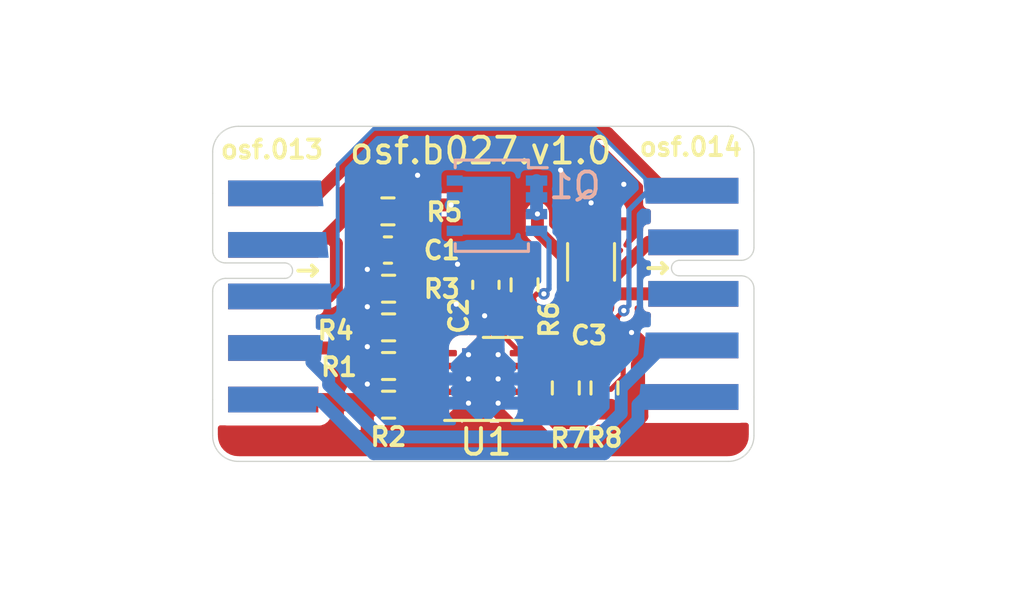
<source format=kicad_pcb>
(kicad_pcb (version 20211014) (generator pcbnew)
  (layers (0 "F.Cu" signal) (31 "B.Cu" signal) (34 "B.Paste" user) (35 "F.Paste" user) (36 "B.SilkS" user "B.Silkscreen") (37 "F.SilkS" user "F.Silkscreen") (38 "B.Mask" user) (39 "F.Mask" user) (44 "Edge.Cuts" user))
  (net 0 "")
  (net 1 "GND")
  (net 2 "/Controller/poe+_in")
  (net 3 "/Controller/poe+_out")
  (net 4 "/Controller/PG")
  (net 5 "Net-(C1-Pad1)")
  (net 6 "Net-(C2-Pad1)")
  (net 7 "/Controller/PoE-")
  (net 8 "Net-(J1-Pad9)")
  (net 9 "Net-(J1-Pad10)")
  (net 10 "Net-(Q1-Pad4)")
  (net 11 "Net-(R8-Pad2)")
  (net 12 "/Controller/RCLASS")
  (net 13 "/Controller/RCLASS++")
  (net 14 "/Controller/IEEEULVO")
  (net 15 "/Controller/AUX")
  (footprint "Resistor_SMD:R_0603_1608Metric" (layer "F.Cu") (at 83.825 83.3 180)
    (fp_text reference "R1" (at 1.925 -0.04) (layer "F.SilkS") (effects (font (size 0.7 0.7))))
    (fp_text value "49.9R")
    (fp_line (start -0.237258 0.5225) (end 0.237258 0.5225) (layer "F.SilkS") (width 0.12))
    (fp_line (start -0.237258 -0.5225) (end 0.237258 -0.5225) (layer "F.SilkS") (width 0.12))
    (pad "1" smd roundrect (at -0.825 0 180) (size 0.8 0.95) (layers "F.Cu" "F.Paste" "F.Mask") (net 12 "/Controller/RCLASS"))
    (pad "2" smd roundrect (at 0.825 0 180) (size 0.8 0.95) (layers "F.Cu" "F.Paste" "F.Mask") (net 7 "/Controller/PoE-"))
  )
  (footprint "Resistor_SMD:R_0603_1608Metric" (layer "F.Cu") (at 83.825 80.3 180)
    (fp_text reference "R3" (at -2.065 -0.01) (layer "F.SilkS") (effects (font (size 0.7 0.7))))
    (fp_text value "0R")
    (fp_line (start -0.237258 0.5225) (end 0.237258 0.5225) (layer "F.SilkS") (width 0.12))
    (fp_line (start -0.237258 -0.5225) (end 0.237258 -0.5225) (layer "F.SilkS") (width 0.12))
    (pad "1" smd roundrect (at -0.825 0 180) (size 0.8 0.95) (layers "F.Cu" "F.Paste" "F.Mask") (net 14 "/Controller/IEEEULVO"))
    (pad "2" smd roundrect (at 0.825 0 180) (size 0.8 0.95) (layers "F.Cu" "F.Paste" "F.Mask") (net 7 "/Controller/PoE-"))
  )
  (footprint "Resistor_SMD:R_0603_1608Metric" (layer "F.Cu") (at 83.825 81.8 180)
    (fp_text reference "R4" (at 2.055 -0.12) (layer "F.SilkS") (effects (font (size 0.7 0.7))))
    (fp_text value "0R")
    (fp_line (start -0.237258 -0.5225) (end 0.237258 -0.5225) (layer "F.SilkS") (width 0.12))
    (fp_line (start -0.237258 0.5225) (end 0.237258 0.5225) (layer "F.SilkS") (width 0.12))
    (pad "1" smd roundrect (at -0.825 0 180) (size 0.8 0.95) (layers "F.Cu" "F.Paste" "F.Mask") (net 15 "/Controller/AUX"))
    (pad "2" smd roundrect (at 0.825 0 180) (size 0.8 0.95) (layers "F.Cu" "F.Paste" "F.Mask") (net 7 "/Controller/PoE-"))
  )
  (footprint "Package_DFN_QFN:DFN-10-1EP_3x3mm_P0.5mm_EP1.65x2.38mm_ThermalVias" (layer "F.Cu") (at 87.5 83.8)
    (fp_text reference "U1" (at 0.1 2.45) (layer "F.SilkS"))
    (fp_text value "LT4275AIDDPBF")
    (fp_line (start -1.5 1.61) (end 1.5 1.61) (layer "F.SilkS") (width 0.12))
    (fp_line (start 0 -1.61) (end 1.5 -1.61) (layer "F.SilkS") (width 0.12))
    (pad "1" smd roundrect (at -1.45 -1) (size 0.85 0.25) (layers "F.Cu" "F.Paste" "F.Mask") (net 14 "/Controller/IEEEULVO"))
    (pad "2" smd roundrect (at -1.45 -0.5) (size 0.85 0.25) (layers "F.Cu" "F.Paste" "F.Mask") (net 15 "/Controller/AUX"))
    (pad "3" smd roundrect (at -1.45 0) (size 0.85 0.25) (layers "F.Cu" "F.Paste" "F.Mask") (net 12 "/Controller/RCLASS"))
    (pad "4" smd roundrect (at -1.45 0.5) (size 0.85 0.25) (layers "F.Cu" "F.Paste" "F.Mask") (net 13 "/Controller/RCLASS++"))
    (pad "5" smd roundrect (at -1.45 1) (size 0.85 0.25) (layers "F.Cu" "F.Paste" "F.Mask") (net 7 "/Controller/PoE-"))
    (pad "6" smd roundrect (at 1.45 1) (size 0.85 0.25) (layers "F.Cu" "F.Paste" "F.Mask") (net 11 "Net-(R8-Pad2)"))
    (pad "7" smd roundrect (at 1.45 0.5) (size 0.85 0.25) (layers "F.Cu" "F.Paste" "F.Mask") (net 4 "/Controller/PG"))
    (pad "8" smd roundrect (at 1.45 0) (size 0.85 0.25) (layers "F.Cu" "F.Paste" "F.Mask") (net 3 "/Controller/poe+_out"))
    (pad "9" smd roundrect (at 1.45 -0.5) (size 0.85 0.25) (layers "F.Cu" "F.Paste" "F.Mask") (net 10 "Net-(Q1-Pad4)"))
    (pad "10" smd roundrect (at 1.45 -1) (size 0.85 0.25) (layers "F.Cu" "F.Paste" "F.Mask") (net 5 "Net-(C1-Pad1)"))
    (pad "11" thru_hole circle (at 0.575 0) (size 0.5 0.5) (drill 0.2) (layers *.Cu) (net 7 "/Controller/PoE-"))
    (pad "11" smd rect (at 0 0) (size 1.65 2.38) (layers "F.Cu" "F.Mask") (net 7 "/Controller/PoE-"))
    (pad "11" smd rect (at 0 0) (size 1.65 2.38) (layers "B.Cu") (net 7 "/Controller/PoE-"))
    (pad "11" thru_hole circle (at -0.575 -0.94) (size 0.5 0.5) (drill 0.2) (layers *.Cu) (net 7 "/Controller/PoE-"))
    (pad "11" thru_hole circle (at -0.575 0) (size 0.5 0.5) (drill 0.2) (layers *.Cu) (net 7 "/Controller/PoE-"))
    (pad "11" thru_hole circle (at 0.575 -0.94) (size 0.5 0.5) (drill 0.2) (layers *.Cu) (net 7 "/Controller/PoE-"))
    (pad "11" thru_hole circle (at -0.575 0.94) (size 0.5 0.5) (drill 0.2) (layers *.Cu) (net 7 "/Controller/PoE-"))
    (pad "11" thru_hole circle (at 0.575 0.94) (size 0.5 0.5) (drill 0.2) (layers *.Cu) (net 7 "/Controller/PoE-"))
  )
  (footprint "on_edge:on_edge_2x05_device" (layer "F.Cu") (at 77 80.6 -90)
    (fp_text reference "J1")
    (fp_text value "013_PoE_rectified")
    (fp_line (start -1 -4.05) (end -1 -3.323) (layer "F.SilkS") (width 0.153))
    (fp_line (start -1.2 -3.85) (end -1 -4.05) (layer "F.SilkS") (width 0.153))
    (fp_line (start -1 -4.05) (end -0.8 -3.85) (layer "F.SilkS") (width 0.153))
    (fp_line (start -4 0) (end -1.8 0) (layer "Edge.Cuts") (width 0.05))
    (fp_line (start -0.2 0) (end 4 0) (layer "Edge.Cuts") (width 0.05))
    (fp_line (start -0.7 -0.5) (end -0.7 -2.8) (layer "Edge.Cuts") (width 0.05))
    (fp_line (start -1.3 -2.8) (end -1.3 -0.5) (layer "Edge.Cuts") (width 0.05))
    (fp_arc (start -1.3 -2.8) (mid -1 -3.1) (end -0.7 -2.8) (layer "Edge.Cuts") (width 0.05))
    (fp_arc (start -1.3 -0.5) (mid -1.446447 -0.146447) (end -1.8 0) (layer "Edge.Cuts") (width 0.05))
    (fp_arc (start -0.2 0) (mid -0.553553 -0.146447) (end -0.7 -0.5) (layer "Edge.Cuts") (width 0.05))
    (pad "1" smd rect (at -4 -2.35 90) (size 1 3.5) (layers "F.Cu" "F.Mask") (net 1 "GND"))
    (pad "2" smd rect (at -2 -2.35 270) (size 1 3.5) (layers "F.Cu" "F.Mask") (net 2 "/Controller/poe+_in"))
    (pad "3" smd rect (at 0 -2.35 270) (size 1 3.5) (layers "F.Cu" "F.Mask") (net 2 "/Controller/poe+_in"))
    (pad "4" smd rect (at 2 -2.35 90) (size 1 3.5) (layers "F.Cu" "F.Mask") (net 7 "/Controller/PoE-"))
    (pad "5" smd rect (at 4 -2.35 90) (size 1 3.5) (layers "F.Cu" "F.Mask") (net 7 "/Controller/PoE-"))
    (pad "6" smd custom (at -4 -2.4 270) (size 1 3.6) (layers "B.Cu" "B.Mask") (options (clearance outline) (anchor rect)) (primitives (gr_poly (pts (xy 0.5 -1.8) (xy 0.5 -1.9) (xy -0.5 -1.8)) (width 0) (fill yes))))
    (pad "7" smd custom (at -2 -2.1 270) (size 1 3) (layers "B.Cu" "B.Mask") (options (clearance outline) (anchor rect)) (primitives (gr_poly (pts (xy 0.3 -0.51) (xy 0.31 -0.62) (xy 0.33 -0.7) (xy 0.35 -0.76) (xy 0.37 -0.81) (xy 0.4 -0.86) (xy 0.44 -0.92) (xy 0.48 -0.97) (xy 0.5 -0.99) (xy 0.5 -2.4) (xy -0.5 -2.3) (xy -0.5 1.5) (xy 0.3 1.5)) (width 0) (fill yes))))
    (pad "8" smd rect (at 0 -2.6 270) (size 1 4) (layers "B.Cu" "B.Mask") (net 4 "/Controller/PG"))
    (pad "9" smd custom (at 2 -2.4 270) (size 1 3.6) (layers "B.Cu" "B.Mask") (net 8 "Net-(J1-Pad9)") (options (clearance outline) (anchor rect)) (primitives (gr_poly (pts (xy -0.5 -1.8) (xy -0.5 -1.9) (xy 0.5 -1.8)) (width 0) (fill yes))))
    (pad "10" smd custom (at 4 -2.3 270) (size 1 3.4) (layers "B.Cu" "B.Mask") (net 9 "Net-(J1-Pad10)") (options (clearance outline) (anchor rect)) (primitives (gr_poly (pts (xy -0.5 -1.7) (xy -0.5 -1.8) (xy 0.5 -1.7)) (width 0) (fill yes))))
    (zone (net 0) (net_name "") (layers F&B.Cu) (connect_pads (clearance 0)) (min_thickness 0.254)
      (keepout (tracks allowed) (vias not_allowed) (pads allowed) (copperpour not_allowed) (footprints not_allowed))
      (fill (thermal_gap 0.508) (thermal_bridge_width 0.508))
      (polygon (pts (xy 77 85.6) (xy 77 75.6) (xy 81 75.6) (xy 81 85.6)))
    )
  )
  (footprint "on_edge:on_edge_2x05_host" (layer "F.Cu") (at 98 80.5 -90)
    (fp_text reference "J2")
    (fp_text value "014_PoE_controlled")
    (fp_line (start -1 4.1) (end -1 3.373) (layer "F.SilkS") (width 0.153))
    (fp_line (start -1 3.373) (end -1.2 3.573) (layer "F.SilkS") (width 0.153))
    (fp_line (start -0.8 3.573) (end -1 3.373) (layer "F.SilkS") (width 0.153))
    (fp_line (start -4 0) (end -1.8 0) (layer "Edge.Cuts") (width 0.05))
    (fp_line (start -0.7 2.9) (end -0.7 0.5) (layer "Edge.Cuts") (width 0.05))
    (fp_line (start -1.3 0.5) (end -1.3 2.9) (layer "Edge.Cuts") (width 0.05))
    (fp_line (start -0.2 0) (end 4 0) (layer "Edge.Cuts") (width 0.05))
    (fp_arc (start -0.7 2.9) (mid -1 3.2) (end -1.3 2.9) (layer "Edge.Cuts") (width 0.05))
    (fp_arc (start -1.8 0) (mid -1.446447 0.146447) (end -1.3 0.5) (layer "Edge.Cuts") (width 0.05))
    (fp_arc (start -0.7 0.5) (mid -0.553553 0.146447) (end -0.2 0) (layer "Edge.Cuts") (width 0.05))
    (pad "1" smd rect (at -4 2.35 270) (size 1 3.5) (layers "F.Cu" "F.Mask") (net 1 "GND"))
    (pad "2" smd rect (at -2 2.35 270) (size 1 3.5) (layers "F.Cu" "F.Mask") (net 3 "/Controller/poe+_out"))
    (pad "3" smd rect (at 0 2.35 270) (size 1 3.5) (layers "F.Cu" "F.Mask") (net 3 "/Controller/poe+_out"))
    (pad "4" smd rect (at 2 2.35 270) (size 1 3.5) (layers "F.Cu" "F.Mask") (net 7 "/Controller/PoE-"))
    (pad "5" smd rect (at 4 2.35 270) (size 1 3.5) (layers "F.Cu" "F.Mask") (net 7 "/Controller/PoE-"))
    (pad "6" smd custom (at -4 2.4 90) (size 1 3.6) (layers "B.Cu" "B.Mask") (net 4 "/Controller/PG") (options (clearance outline) (anchor rect)) (primitives (gr_poly (pts (xy 0.5 -1.8) (xy -0.5 -1.8) (xy 0.5 -1.9)) (width 0) (fill yes))))
    (pad "7" smd rect (at -2 2.35 90) (size 1 3.5) (layers "B.Cu" "B.Mask"))
    (pad "8" smd rect (at 0 2.35 90) (size 1 3.5) (layers "B.Cu" "B.Mask"))
    (pad "9" smd custom (at 2 2.4 90) (size 1 3.6) (layers "B.Cu" "B.Mask") (net 8 "Net-(J1-Pad9)") (options (clearance outline) (anchor rect)) (primitives (gr_poly (pts (xy 0.5 -1.8) (xy -0.5 -1.8) (xy -0.5 -1.9)) (width 0) (fill yes))))
    (pad "10" smd custom (at 4 2.5 90) (size 1 3.8) (layers "B.Cu" "B.Mask") (net 9 "Net-(J1-Pad10)") (options (clearance outline) (anchor rect)) (primitives (gr_poly (pts (xy 0.5 -1.9) (xy -0.5 -1.9) (xy -0.5 -2)) (width 0) (fill yes))))
    (zone (net 0) (net_name "") (layers F&B.Cu) (connect_pads (clearance 0)) (min_thickness 0.254)
      (keepout (tracks allowed) (vias not_allowed) (pads allowed) (copperpour not_allowed) (footprints not_allowed))
      (fill (thermal_gap 0.508) (thermal_bridge_width 0.508))
      (polygon (pts (xy 94 85.5) (xy 94 75.5) (xy 98 75.5) (xy 98 85.5)))
    )
  )
  (footprint "Capacitor_SMD:C_0603_1608Metric" (layer "F.Cu") (at 83.8 78.8 180)
    (fp_text reference "C1" (at -2.09 -0.01) (layer "F.SilkS") (effects (font (size 0.7 0.7))))
    (fp_text value "47nF")
    (fp_line (start -0.14058 0.51) (end 0.14058 0.51) (layer "F.SilkS") (width 0.12))
    (fp_line (start -0.14058 -0.51) (end 0.14058 -0.51) (layer "F.SilkS") (width 0.12))
    (pad "1" smd roundrect (at -0.775 0 180) (size 0.9 0.95) (layers "F.Cu" "F.Paste" "F.Mask") (net 5 "Net-(C1-Pad1)"))
    (pad "2" smd roundrect (at 0.775 0 180) (size 0.9 0.95) (layers "F.Cu" "F.Paste" "F.Mask") (net 7 "/Controller/PoE-"))
  )
  (footprint "Capacitor_SMD:C_0603_1608Metric" (layer "F.Cu") (at 87.6 80.15 -90)
    (fp_text reference "C2" (at 1.2 1.05 -270) (layer "F.SilkS") (effects (font (size 0.7 0.7))))
    (fp_text value "47nF")
    (fp_line (start -0.14058 -0.51) (end 0.14058 -0.51) (layer "F.SilkS") (width 0.12))
    (fp_line (start -0.14058 0.51) (end 0.14058 0.51) (layer "F.SilkS") (width 0.12))
    (pad "1" smd roundrect (at -0.775 0 270) (size 0.9 0.95) (layers "F.Cu" "F.Paste" "F.Mask") (net 6 "Net-(C2-Pad1)"))
    (pad "2" smd roundrect (at 0.775 0 270) (size 0.9 0.95) (layers "F.Cu" "F.Paste" "F.Mask") (net 7 "/Controller/PoE-"))
  )
  (footprint "Resistor_SMD:R_0603_1608Metric" (layer "F.Cu") (at 83.8 77.3 180)
    (fp_text reference "R5" (at -2.19 -0.03) (layer "F.SilkS") (effects (font (size 0.7 0.7))))
    (fp_text value "8.2R")
    (fp_line (start -0.237258 0.5225) (end 0.237258 0.5225) (layer "F.SilkS") (width 0.12))
    (fp_line (start -0.237258 -0.5225) (end 0.237258 -0.5225) (layer "F.SilkS") (width 0.12))
    (pad "1" smd roundrect (at -0.825 0 180) (size 0.8 0.95) (layers "F.Cu" "F.Paste" "F.Mask") (net 2 "/Controller/poe+_in"))
    (pad "2" smd roundrect (at 0.825 0 180) (size 0.8 0.95) (layers "F.Cu" "F.Paste" "F.Mask") (net 5 "Net-(C1-Pad1)"))
  )
  (footprint "Resistor_SMD:R_0603_1608Metric" (layer "F.Cu") (at 89.1 80.15 90)
    (fp_text reference "R6" (at -1.35 0.95 90) (layer "F.SilkS") (effects (font (size 0.7 0.7))))
    (fp_text value "3.3k")
    (fp_line (start -0.237258 -0.5225) (end 0.237258 -0.5225) (layer "F.SilkS") (width 0.12))
    (fp_line (start -0.237258 0.5225) (end 0.237258 0.5225) (layer "F.SilkS") (width 0.12))
    (pad "1" smd roundrect (at -0.825 0 90) (size 0.8 0.95) (layers "F.Cu" "F.Paste" "F.Mask") (net 10 "Net-(Q1-Pad4)"))
    (pad "2" smd roundrect (at 0.825 0 90) (size 0.8 0.95) (layers "F.Cu" "F.Paste" "F.Mask") (net 6 "Net-(C2-Pad1)"))
  )
  (footprint "Resistor_SMD:R_0603_1608Metric" (layer "F.Cu") (at 90.7 84.15 -90)
    (fp_text reference "R7" (at 1.955 -0.1) (layer "F.SilkS") (effects (font (size 0.7 0.7))))
    (fp_text value "100k")
    (fp_line (start -0.237258 0.5225) (end 0.237258 0.5225) (layer "F.SilkS") (width 0.12))
    (fp_line (start -0.237258 -0.5225) (end 0.237258 -0.5225) (layer "F.SilkS") (width 0.12))
    (pad "1" smd roundrect (at -0.825 0 270) (size 0.8 0.95) (layers "F.Cu" "F.Paste" "F.Mask") (net 3 "/Controller/poe+_out"))
    (pad "2" smd roundrect (at 0.825 0 270) (size 0.8 0.95) (layers "F.Cu" "F.Paste" "F.Mask") (net 4 "/Controller/PG"))
  )
  (footprint "Resistor_SMD:R_0603_1608Metric" (layer "F.Cu") (at 92.2 84.15 -90)
    (fp_text reference "R8" (at 1.935 0) (layer "F.SilkS") (effects (font (size 0.7 0.7))))
    (fp_text value "100k")
    (fp_line (start -0.237258 -0.5225) (end 0.237258 -0.5225) (layer "F.SilkS") (width 0.12))
    (fp_line (start -0.237258 0.5225) (end 0.237258 0.5225) (layer "F.SilkS") (width 0.12))
    (pad "1" smd roundrect (at -0.825 0 270) (size 0.8 0.95) (layers "F.Cu" "F.Paste" "F.Mask") (net 3 "/Controller/poe+_out"))
    (pad "2" smd roundrect (at 0.825 0 270) (size 0.8 0.95) (layers "F.Cu" "F.Paste" "F.Mask") (net 11 "Net-(R8-Pad2)"))
  )
  (footprint "Capacitor_SMD:C_1206_3216Metric" (layer "F.Cu") (at 91.68 79.26 90)
    (fp_text reference "C3" (at -2.85 -0.08 180) (layer "F.SilkS") (effects (font (size 0.7 0.7))))
    (fp_text value "1uF")
    (fp_line (start -0.711252 0.91) (end 0.711252 0.91) (layer "F.SilkS") (width 0.12))
    (fp_line (start -0.711252 -0.91) (end 0.711252 -0.91) (layer "F.SilkS") (width 0.12))
    (pad "1" smd roundrect (at -1.475 0 90) (size 1.15 1.8) (layers "F.Cu" "F.Paste" "F.Mask") (roundrect_rratio 0.217391) (net 3 "/Controller/poe+_out"))
    (pad "2" smd roundrect (at 1.475 0 90) (size 1.15 1.8) (layers "F.Cu" "F.Paste" "F.Mask") (roundrect_rratio 0.217391) (net 7 "/Controller/PoE-"))
  )
  (footprint "Resistor_SMD:R_0603_1608Metric" (layer "F.Cu") (at 83.825 84.8 180)
    (fp_text reference "R2" (at 0.005 -1.25) (layer "F.SilkS") (effects (font (size 0.7 0.7))))
    (fp_text value "118R")
    (fp_line (start -0.237258 -0.5225) (end 0.237258 -0.5225) (layer "F.SilkS") (width 0.12))
    (fp_line (start -0.237258 0.5225) (end 0.237258 0.5225) (layer "F.SilkS") (width 0.12))
    (pad "1" smd roundrect (at -0.825 0 180) (size 0.8 0.95) (layers "F.Cu" "F.Paste" "F.Mask") (net 13 "/Controller/RCLASS++"))
    (pad "2" smd roundrect (at 0.825 0 180) (size 0.8 0.95) (layers "F.Cu" "F.Paste" "F.Mask") (net 7 "/Controller/PoE-"))
  )
  (footprint "Package_TO_SOT_SMD:LFPAK33" (layer "B.Cu") (at 88.03 77.08 180)
    (fp_text reference "Q1" (at -3.02 0.78) (layer "B.SilkS") (effects (justify mirror)))
    (fp_text value " PSMN040-100MSEX")
    (fp_line (start 1.62 1.77) (end -1.22 1.77) (layer "B.SilkS") (width 0.12))
    (fp_line (start -1.22 -1.77) (end 1.62 -1.77) (layer "B.SilkS") (width 0.12))
    (fp_line (start -1.95 1.475) (end -1.22 1.475) (layer "B.SilkS") (width 0.12))
    (fp_line (start -1.22 1.77) (end -1.22 1.475) (layer "B.SilkS") (width 0.12))
    (fp_line (start 1.62 1.475) (end 1.62 1.77) (layer "B.SilkS") (width 0.12))
    (fp_line (start -1.22 -1.475) (end -1.22 -1.77) (layer "B.SilkS") (width 0.12))
    (fp_line (start 1.62 -1.77) (end 1.62 -1.475) (layer "B.SilkS") (width 0.12))
    (pad "1" smd rect (at -1.535 0.975 180) (size 0.83 0.4) (layers "B.Cu" "B.Mask") (net 3 "/Controller/poe+_out"))
    (pad "2" smd rect (at -1.535 0.325 180) (size 0.83 0.4) (layers "B.Cu" "B.Mask") (net 3 "/Controller/poe+_out"))
    (pad "3" smd rect (at -1.535 -0.325 180) (size 0.83 0.4) (layers "B.Cu" "B.Mask") (net 3 "/Controller/poe+_out"))
    (pad "4" smd rect (at -1.535 -0.975 180) (size 0.83 0.4) (layers "B.Cu" "B.Mask") (net 10 "Net-(Q1-Pad4)"))
    (pad "5" smd custom (at 0.405 0 180) (size 1.85 2.25) (layers "B.Cu" "B.Mask") (net 2 "/Controller/poe+_in") (options (clearance outline) (anchor rect)) (primitives (gr_poly (pts (xy 1.545 0.775) (xy 0.925 0.775) (xy 0.925 1.175) (xy 1.545 1.175)) (width 0) (fill yes)) (gr_poly (pts (xy 1.545 0.125) (xy 0.925 0.125) (xy 0.925 0.525) (xy 1.545 0.525)) (width 0) (fill yes)) (gr_poly (pts (xy 1.545 -0.525) (xy 0.925 -0.525) (xy 0.925 -0.125) (xy 1.545 -0.125)) (width 0) (fill yes)) (gr_poly (pts (xy 1.545 -1.175) (xy 0.925 -1.175) (xy 0.925 -0.775) (xy 1.545 -0.775)) (width 0) (fill yes))))
  )
  (gr_line (start 97 87) (end 78 87) (layer "Edge.Cuts") (width 0.05))
  (gr_line (start 77 86) (end 77 84.6) (layer "Edge.Cuts") (width 0.05))
  (gr_line (start 78 74) (end 97 74) (layer "Edge.Cuts") (width 0.05))
  (gr_line (start 98 76.5) (end 98 75) (layer "Edge.Cuts") (width 0.05))
  (gr_line (start 77 76.6) (end 77 75) (layer "Edge.Cuts") (width 0.05))
  (gr_arc (start 97 74) (mid 97.707107 74.292893) (end 98 75) (layer "Edge.Cuts") (width 0.05))
  (gr_line (start 98 86) (end 98 84.5) (layer "Edge.Cuts") (width 0.05))
  (gr_arc (start 98 86) (mid 97.707107 86.707107) (end 97 87) (layer "Edge.Cuts") (width 0.05))
  (gr_arc (start 78 87) (mid 77.292893 86.707107) (end 77 86) (layer "Edge.Cuts") (width 0.05))
  (gr_arc (start 77 75) (mid 77.292893 74.292893) (end 78 74) (layer "Edge.Cuts") (width 0.05))
  (gr_text "osf.013" (at 79.3 74.9) (layer "F.SilkS") (effects (font (size 0.7 0.7))))
  (gr_text "osf.b027.v1.0" (at 87.4 74.95) (layer "F.SilkS") (effects (font (size 1 1))))
  (gr_text "osf.014" (at 95.55 74.8) (layer "F.SilkS") (effects (font (size 0.7 0.7))))
  (segment (start 79.35 76.6) (end 81.1 76.6) (width 0.5) (layer "F.Cu") (net 1))
  (segment (start 92.325 74.275) (end 94.55 76.5) (width 0.5) (layer "F.Cu") (net 1))
  (segment (start 83.425 74.275) (end 92.325 74.275) (width 0.5) (layer "F.Cu") (net 1))
  (segment (start 94.55 76.5) (end 95.65 76.5) (width 0.5) (layer "F.Cu") (net 1))
  (segment (start 81.1 76.6) (end 83.425 74.275) (width 0.5) (layer "F.Cu") (net 1))
  (segment (start 79.35 80.6) (end 81.5 80.6) (width 0.5) (layer "F.Cu") (net 2))
  (segment (start 82.05 77.65) (end 82.05 76.6) (width 0.5) (layer "F.Cu") (net 2))
  (segment (start 81.1 78.6) (end 81.475 78.225) (width 0.5) (layer "F.Cu") (net 2))
  (segment (start 84.875 77.05) (end 84.625 77.3) (width 0.5) (layer "F.Cu") (net 2))
  (segment (start 83.95 76.1) (end 84.625 76.775) (width 0.5) (layer "F.Cu") (net 2))
  (segment (start 82.55 76.1) (end 83.95 76.1) (width 0.5) (layer "F.Cu") (net 2))
  (segment (start 86.25 77.05) (end 84.875 77.05) (width 0.5) (layer "F.Cu") (net 2))
  (segment (start 84.625 76.775) (end 84.625 77.3) (width 0.5) (layer "F.Cu") (net 2))
  (segment (start 81.8 80.3) (end 81.8 78.55) (width 0.5) (layer "F.Cu") (net 2))
  (segment (start 81.475 78.225) (end 82.05 77.65) (width 0.5) (layer "F.Cu") (net 2))
  (segment (start 82.05 76.6) (end 82.55 76.1) (width 0.5) (layer "F.Cu") (net 2))
  (segment (start 81.5 80.6) (end 81.8 80.3) (width 0.5) (layer "F.Cu") (net 2))
  (segment (start 81.8 78.55) (end 81.475 78.225) (width 0.5) (layer "F.Cu") (net 2))
  (segment (start 79.35 78.6) (end 81.1 78.6) (width 0.5) (layer "F.Cu") (net 2))
  (via (at 86.25 77.05) (size 0.45) (drill 0.2) (layers "F.Cu" "B.Cu") (net 2))
  (segment (start 86.28 77.08) (end 86.25 77.05) (width 0.5) (layer "B.Cu") (net 2))
  (segment (start 87.625 77.08) (end 86.28 77.08) (width 0.5) (layer "B.Cu") (net 2))
  (segment (start 92.2 83.325) (end 92.2 81.255) (width 0.5) (layer "F.Cu") (net 3))
  (segment (start 92.2 83.325) (end 90.7 83.325) (width 0.5) (layer "F.Cu") (net 3))
  (segment (start 92.2 81.255) (end 91.68 80.735) (width 0.5) (layer "F.Cu") (net 3))
  (segment (start 91.915 80.5) (end 91.68 80.735) (width 0.5) (layer "F.Cu") (net 3))
  (segment (start 89.6 77.4) (end 89.6 78.05) (width 0.5) (layer "F.Cu") (net 3))
  (segment (start 93.915 78.5) (end 91.68 80.735) (width 0.5) (layer "F.Cu") (net 3))
  (segment (start 88.95 83.8) (end 90.225 83.8) (width 0.2) (layer "F.Cu") (net 3))
  (segment (start 89.6 78.05) (end 91.68 80.13) (width 0.5) (layer "F.Cu") (net 3))
  (segment (start 90.225 83.8) (end 90.7 83.325) (width 0.2) (layer "F.Cu") (net 3))
  (segment (start 91.68 80.13) (end 91.68 80.735) (width 0.5) (layer "F.Cu") (net 3))
  (segment (start 95.65 78.5) (end 93.915 78.5) (width 0.5) (layer "F.Cu") (net 3))
  (segment (start 95.65 80.5) (end 91.915 80.5) (width 0.5) (layer "F.Cu") (net 3))
  (via (at 89.6 77.4) (size 0.45) (drill 0.2) (layers "F.Cu" "B.Cu") (net 3))
  (segment (start 89.565 76.105) (end 89.565 77.405) (width 0.5) (layer "B.Cu") (net 3))
  (segment (start 88.95 84.3) (end 90.025 84.3) (width 0.2) (layer "F.Cu") (net 4))
  (segment (start 92.925 83.725) (end 92.45 84.2) (width 0.2) (layer "F.Cu") (net 4))
  (segment (start 92.925 82.938604) (end 92.925 83.725) (width 0.2) (layer "F.Cu") (net 4))
  (segment (start 92.45 84.2) (end 91.6 84.2) (width 0.2) (layer "F.Cu") (net 4))
  (segment (start 91.6 84.2) (end 90.825 84.975) (width 0.2) (layer "F.Cu") (net 4))
  (segment (start 92.7 82.713604) (end 92.925 82.938604) (width 0.2) (layer "F.Cu") (net 4))
  (segment (start 90.825 84.975) (end 90.7 84.975) (width 0.2) (layer "F.Cu") (net 4))
  (segment (start 92.95 81.15) (end 92.7 81.4) (width 0.2) (layer "F.Cu") (net 4))
  (segment (start 92.7 81.4) (end 92.7 82.713604) (width 0.2) (layer "F.Cu") (net 4))
  (segment (start 90.025 84.3) (end 90.7 84.975) (width 0.2) (layer "F.Cu") (net 4))
  (via (at 92.95 81.15) (size 0.45) (drill 0.2) (layers "F.Cu" "B.Cu") (net 4))
  (segment (start 81.85 80.15) (end 81.85 75.5) (width 0.15) (layer "B.Cu") (net 4))
  (segment (start 94.25 76.5) (end 95.6 76.5) (width 0.15) (layer "B.Cu") (net 4))
  (segment (start 91.85 74.1) (end 94.25 76.5) (width 0.15) (layer "B.Cu") (net 4))
  (segment (start 93.15 80.95) (end 93.15 77.25) (width 0.2) (layer "B.Cu") (net 4))
  (segment (start 83.25 74.1) (end 91.85 74.1) (width 0.15) (layer "B.Cu") (net 4))
  (segment (start 93.15 77.25) (end 93.9 76.5) (width 0.2) (layer "B.Cu") (net 4))
  (segment (start 79.6 80.6) (end 81.4 80.6) (width 0.15) (layer "B.Cu") (net 4))
  (segment (start 81.4 80.6) (end 81.85 80.15) (width 0.15) (layer "B.Cu") (net 4))
  (segment (start 81.85 75.5) (end 83.25 74.1) (width 0.15) (layer "B.Cu") (net 4))
  (segment (start 93.9 76.5) (end 95.6 76.5) (width 0.2) (layer "B.Cu") (net 4))
  (segment (start 92.95 81.15) (end 93.15 80.95) (width 0.2) (layer "B.Cu") (net 4))
  (segment (start 88.325 82.175) (end 88.325 80.375) (width 0.2) (layer "F.Cu") (net 5))
  (segment (start 85.975 80.2) (end 84.575 78.8) (width 0.2) (layer "F.Cu") (net 5))
  (segment (start 83.075 77.3) (end 84.575 78.8) (width 0.2) (layer "F.Cu") (net 5))
  (segment (start 82.975 77.3) (end 83.075 77.3) (width 0.2) (layer "F.Cu") (net 5))
  (segment (start 88.325 80.375) (end 88.15 80.2) (width 0.2) (layer "F.Cu") (net 5))
  (segment (start 88.15 80.2) (end 85.975 80.2) (width 0.2) (layer "F.Cu") (net 5))
  (segment (start 88.95 82.8) (end 88.325 82.175) (width 0.2) (layer "F.Cu") (net 5))
  (segment (start 87.6 79.375) (end 89.05 79.375) (width 0.2) (layer "F.Cu") (net 6))
  (segment (start 89.05 79.375) (end 89.1 79.325) (width 0.2) (layer "F.Cu") (net 6))
  (segment (start 86.75 86.65) (end 86.4 86.3) (width 0.5) (layer "F.Cu") (net 7))
  (segment (start 83 82.55) (end 83 81) (width 0.5) (layer "F.Cu") (net 7))
  (segment (start 86.05 84.8) (end 86.5 84.8) (width 0.2) (layer "F.Cu") (net 7))
  (segment (start 83 81) (end 83 79.55) (width 0.5) (layer "F.Cu") (net 7))
  (segment (start 93.75 82.5) (end 95.65 82.5) (width 0.5) (layer "F.Cu") (net 7))
  (segment (start 86.5 79.35) (end 86.5 78.35) (width 0.5) (layer "F.Cu") (net 7))
  (segment (start 82.3 82.6) (end 83 83.3) (width 0.5) (layer "F.Cu") (net 7))
  (segment (start 88.931447 85.95) (end 89.1 85.95) (width 0.5) (layer "F.Cu") (net 7))
  (segment (start 93.65 84.5) (end 93.65 85.25) (width 0.5) (layer "F.Cu") (net 7))
  (segment (start 83 79.55) (end 83 78.825) (width 0.5) (layer "F.Cu") (net 7))
  (segment (start 83 84) (end 83 82.55) (width 0.5) (layer "F.Cu") (net 7))
  (segment (start 88.075 84.74) (end 88.075 85.093553) (width 0.5) (layer "F.Cu") (net 7))
  (segment (start 86.925 83.8) (end 86.925 85.375) (width 0.5) (layer "F.Cu") (net 7))
  (segment (start 87.25 85.7) (end 87.25 85.565) (width 0.5) (layer "F.Cu") (net 7))
  (segment (start 87.55 81.35) (end 87.55 83.75) (width 0.5) (layer "F.Cu") (net 7))
  (segment (start 86.475 80.925) (end 86.45 80.9) (width 0.5) (layer "F.Cu") (net 7))
  (segment (start 87.6 81.3) (end 87.55 81.35) (width 0.5) (layer "F.Cu") (net 7))
  (segment (start 90.5 75.7) (end 91.15 75.7) (width 0.5) (layer "F.Cu") (net 7))
  (segment (start 89.1 85.95) (end 89.1 86.45) (width 0.5) (layer "F.Cu") (net 7))
  (segment (start 93.525 84.375) (end 93.525 82.275) (width 0.5) (layer "F.Cu") (net 7))
  (segment (start 93.25 82) (end 93.525 82.275) (width 0.5) (layer "F.Cu") (net 7))
  (segment (start 83 84.8) (end 83 84) (width 0.5) (layer "F.Cu") (net 7))
  (segment (start 86.5 84.8) (end 87.5 83.8) (width 0.2) (layer "F.Cu") (net 7))
  (segment (start 82.8 84.6) (end 83 84.8) (width 0.5) (layer "F.Cu") (net 7))
  (segment (start 92.45 86.45) (end 89.1 86.45) (width 0.5) (layer "F.Cu") (net 7))
  (segment (start 86.5 78.35) (end 89.15 75.7) (width 0.5) (layer "F.Cu") (net 7))
  (segment (start 91.68 76.97) (end 91.68 77.785) (width 0.5) (layer "F.Cu") (net 7))
  (segment (start 88.9 86.65) (end 86.75 86.65) (width 0.5) (layer "F.Cu") (net 7))
  (segment (start 86.4 86.3) (end 86.4 85.265) (width 0.5) (layer "F.Cu") (net 7))
  (segment (start 93.525 82.275) (end 93.75 82.5) (width 0.5) (layer "F.Cu") (net 7))
  (segment (start 91.68 76.23) (end 91.68 76.97) (width 0.5) (layer "F.Cu") (net 7))
  (segment (start 95.65 84.5) (end 93.65 84.5) (width 0.5) (layer "F.Cu") (net 7))
  (segment (start 87.6 80.925) (end 87.6 81.3) (width 0.5) (layer "F.Cu") (net 7))
  (segment (start 87.25 85.565) (end 88.075 84.74) (width 0.5) (layer "F.Cu") (net 7))
  (segment (start 83 78.825) (end 83.025 78.8) (width 0.5) (layer "F.Cu") (net 7))
  (segment (start 91.15 75.7) (end 91.68 76.23) (width 0.5) (layer "F.Cu") (net 7))
  (segment (start 79.35 84.6) (end 82.8 84.6) (width 0.5) (layer "F.Cu") (net 7))
  (segment (start 79.35 82.6) (end 82.3 82.6) (width 0.5) (layer "F.Cu") (net 7))
  (segment (start 89.1 86.45) (end 88.9 86.65) (width 0.5) (layer "F.Cu") (net 7))
  (segment (start 89.15 75.7) (end 90.5 75.7) (width 0.5) (layer "F.Cu") (net 7))
  (segment (start 93.65 84.5) (end 93.525 84.375) (width 0.5) (layer "F.Cu") (net 7))
  (segment (start 86.4 85.265) (end 86.925 84.74) (width 0.5) (layer "F.Cu") (net 7))
  (segment (start 86.925 85.375) (end 87.25 85.7) (width 0.5) (layer "F.Cu") (net 7))
  (segment (start 87.6 80.925) (end 86.475 80.925) (width 0.5) (layer "F.Cu") (net 7))
  (segment (start 88.075 85.093553) (end 88.931447 85.95) (width 0.5) (layer "F.Cu") (net 7))
  (segment (start 93.65 85.25) (end 92.45 86.45) (width 0.5) (layer "F.Cu") (net 7))
  (segment (start 87.55 83.75) (end 87.5 83.8) (width 0.5) (layer "F.Cu") (net 7))
  (via (at 93.25 82) (size 0.45) (drill 0.2) (layers "F.Cu" "B.Cu") (net 7))
  (via (at 87.55 81.35) (size 0.45) (drill 0.2) (layers "F.Cu" "B.Cu") (net 7))
  (via (at 91.68 76.97) (size 0.45) (drill 0.2) (layers "F.Cu" "B.Cu") (net 7))
  (via (at 90.5 75.7) (size 0.45) (drill 0.2) (layers "F.Cu" "B.Cu") (net 7))
  (via (at 83 79.55) (size 0.45) (drill 0.2) (layers "F.Cu" "B.Cu") (net 7))
  (via (at 86.5 79.35) (size 0.45) (drill 0.2) (layers "F.Cu" "B.Cu") (net 7))
  (via (at 86.45 80.9) (size 0.45) (drill 0.2) (layers "F.Cu" "B.Cu") (net 7))
  (via (at 92.95 76.25) (size 0.45) (drill 0.2) (layers "F.Cu" "B.Cu") (net 7))
  (via (at 83 81) (size 0.45) (drill 0.2) (layers "F.Cu" "B.Cu") (net 7))
  (via (at 83 84) (size 0.45) (drill 0.2) (layers "F.Cu" "B.Cu") (net 7))
  (via (at 84.95 75.9) (size 0.45) (drill 0.2) (layers "F.Cu" "B.Cu") (net 7))
  (via (at 83 82.55) (size 0.45) (drill 0.2) (layers "F.Cu" "B.Cu") (net 7))
  (segment (start 88.075 82.86) (end 88.075 81.875) (width 0.5) (layer "B.Cu") (net 7))
  (segment (start 88.075 81.875) (end 87.55 81.35) (width 0.5) (layer "B.Cu") (net 7))
  (segment (start 87.65 81.25) (end 92.166116 81.25) (width 0.5) (layer "B.Cu") (net 7))
  (segment (start 86.9 81.35) (end 86.45 80.9) (width 0.5) (layer "B.Cu") (net 7))
  (segment (start 90.51 84.74) (end 93.25 82) (width 0.5) (layer "B.Cu") (net 7))
  (segment (start 87.55 81.35) (end 87.65 81.25) (width 0.5) (layer "B.Cu") (net 7))
  (segment (start 86.45 80.9) (end 86.45 79.4) (width 0.5) (layer "B.Cu") (net 7))
  (segment (start 92.916116 82) (end 93.25 82) (width 0.5) (layer "B.Cu") (net 7))
  (segment (start 86.45 79.4) (end 86.5 79.35) (width 0.5) (layer "B.Cu") (net 7))
  (segment (start 92.166116 81.25) (end 92.916116 82) (width 0.5) (layer "B.Cu") (net 7))
  (segment (start 88.075 84.74) (end 90.51 84.74) (width 0.5) (layer "B.Cu") (net 7))
  (segment (start 86.925 84.74) (end 83.74 84.74) (width 0.5) (layer "B.Cu") (net 7))
  (segment (start 87.55 81.35) (end 86.9 81.35) (width 0.5) (layer "B.Cu") (net 7))
  (segment (start 84.2 81.35) (end 83 82.55) (width 0.5) (layer "B.Cu") (net 7))
  (segment (start 87.55 81.35) (end 84.2 81.35) (width 0.5) (layer "B.Cu") (net 7))
  (segment (start 83.74 84.74) (end 83 84) (width 0.5) (layer "B.Cu") (net 7))
  (segment (start 91.930762 86.05) (end 83.519238 86.05) (width 0.5) (layer "B.Cu") (net 8))
  (segment (start 92.85 85.130762) (end 91.930762 86.05) (width 0.5) (layer "B.Cu") (net 8))
  (segment (start 92.85 84.15) (end 92.85 85.130762) (width 0.5) (layer "B.Cu") (net 8))
  (segment (start 83.519238 86.05) (end 81.5 84.030762) (width 0.5) (layer "B.Cu") (net 8))
  (segment (start 94.5 82.5) (end 92.85 84.15) (width 0.5) (layer "B.Cu") (net 8))
  (segment (start 81.5 83.8) (end 80.85 83.15) (width 0.5) (layer "B.Cu") (net 8))
  (segment (start 81.5 84.030762) (end 81.5 83.8) (width 0.5) (layer "B.Cu") (net 8))
  (segment (start 95.6 82.5) (end 94.5 82.5) (width 0.5) (layer "B.Cu") (net 8))
  (segment (start 93.5 85.4) (end 93.5 84.8) (width 0.5) (layer "B.Cu") (net 9))
  (segment (start 93.5 84.8) (end 93.8 84.5) (width 0.5) (layer "B.Cu") (net 9))
  (segment (start 79.3 84.6) (end 81.15 84.6) (width 0.5) (layer "B.Cu") (net 9))
  (segment (start 81.15 84.6) (end 83.25 86.7) (width 0.5) (layer "B.Cu") (net 9))
  (segment (start 83.25 86.7) (end 92.2 86.7) (width 0.5) (layer "B.Cu") (net 9))
  (segment (start 93.8 84.5) (end 95.5 84.5) (width 0.5) (layer "B.Cu") (net 9))
  (segment (start 92.2 86.7) (end 93.5 85.4) (width 0.5) (layer "B.Cu") (net 9))
  (segment (start 89.575 80.5) (end 89.1 80.975) (width 0.2) (layer "F.Cu") (net 10))
  (segment (start 89.6 83.3) (end 88.95 83.3) (width 0.2) (layer "F.Cu") (net 10))
  (segment (start 89.1 80.975) (end 89.225 80.975) (width 0.2) (layer "F.Cu") (net 10))
  (segment (start 89.85 80.5) (end 89.575 80.5) (width 0.2) (layer "F.Cu") (net 10))
  (segment (start 89.225 80.975) (end 89.8 81.55) (width 0.2) (layer "F.Cu") (net 10))
  (segment (start 89.8 83.1) (end 89.6 83.3) (width 0.2) (layer "F.Cu") (net 10))
  (segment (start 89.8 81.55) (end 89.8 83.1) (width 0.2) (layer "F.Cu") (net 10))
  (via (at 89.85 80.5) (size 0.45) (drill 0.2) (layers "F.Cu" "B.Cu") (net 10))
  (segment (start 89.655 78.055) (end 89.85 78.25) (width 0.2) (layer "B.Cu") (net 10))
  (segment (start 90.05 80.15) (end 90.05 80.3) (width 0.2) (layer "B.Cu") (net 10))
  (segment (start 90.05 80.3) (end 89.85 80.5) (width 0.2) (layer "B.Cu") (net 10))
  (segment (start 89.565 78.055) (end 89.655 78.055) (width 0.2) (layer "B.Cu") (net 10))
  (segment (start 90.05 78.45) (end 90.05 80.15) (width 0.2) (layer "B.Cu") (net 10))
  (segment (start 89.85 78.25) (end 90.05 78.45) (width 0.2) (layer "B.Cu") (net 10))
  (segment (start 89.95 85.2) (end 89.55 84.8) (width 0.2) (layer "F.Cu") (net 11))
  (segment (start 89.95 85.35) (end 89.95 85.2) (width 0.2) (layer "F.Cu") (net 11))
  (segment (start 89.55 84.8) (end 88.95 84.8) (width 0.2) (layer "F.Cu") (net 11))
  (segment (start 92.2 84.975) (end 92.075 84.975) (width 0.2) (layer "F.Cu") (net 11))
  (segment (start 92.075 84.975) (end 91.4 85.65) (width 0.2) (layer "F.Cu") (net 11))
  (segment (start 91.4 85.65) (end 90.25 85.65) (width 0.2) (layer "F.Cu") (net 11))
  (segment (start 90.25 85.65) (end 89.95 85.35) (width 0.2) (layer "F.Cu") (net 11))
  (segment (start 86.05 83.8) (end 85.15 83.8) (width 0.2) (layer "F.Cu") (net 12))
  (segment (start 85.15 83.8) (end 84.65 83.3) (width 0.2) (layer "F.Cu") (net 12))
  (segment (start 86.05 84.3) (end 85.15 84.3) (width 0.2) (layer "F.Cu") (net 13))
  (segment (start 85.15 84.3) (end 84.65 84.8) (width 0.2) (layer "F.Cu") (net 13))
  (segment (start 85.3 82.2) (end 85.3 80.95) (width 0.2) (layer "F.Cu") (net 14))
  (segment (start 85.7 82.6) (end 85.3 82.2) (width 0.2) (layer "F.Cu") (net 14))
  (segment (start 85.7 82.75) (end 85.7 82.6) (width 0.2) (layer "F.Cu") (net 14))
  (segment (start 85.3 80.95) (end 84.65 80.3) (width 0.2) (layer "F.Cu") (net 14))
  (segment (start 86.05 82.8) (end 85.75 82.8) (width 0.2) (layer "F.Cu") (net 14))
  (segment (start 85.75 82.8) (end 85.7 82.75) (width 0.2) (layer "F.Cu") (net 14))
  (segment (start 86.05 83.3) (end 85.683058 83.3) (width 0.2) (layer "F.Cu") (net 15))
  (segment (start 85.35 82.75) (end 84.65 82.05) (width 0.2) (layer "F.Cu") (net 15))
  (segment (start 85.35 82.966942) (end 85.35 82.75) (width 0.2) (layer "F.Cu") (net 15))
  (segment (start 84.65 82.05) (end 84.65 81.8) (width 0.2) (layer "F.Cu") (net 15))
  (segment (start 85.683058 83.3) (end 85.35 82.966942) (width 0.2) (layer "F.Cu") (net 15))
  (zone (net 7) (net_name "/Controller/PoE-") (layers F&B.Cu) (connect_pads (clearance 0.2)) (min_thickness 0.2) (fill yes (thermal_gap 0.508) (thermal_bridge_width 0.508))
    (polygon (pts (xy 108.15 92.3) (xy 68.75 90.45) (xy 69 69.1) (xy 108.5 70)))
  )
)
</source>
